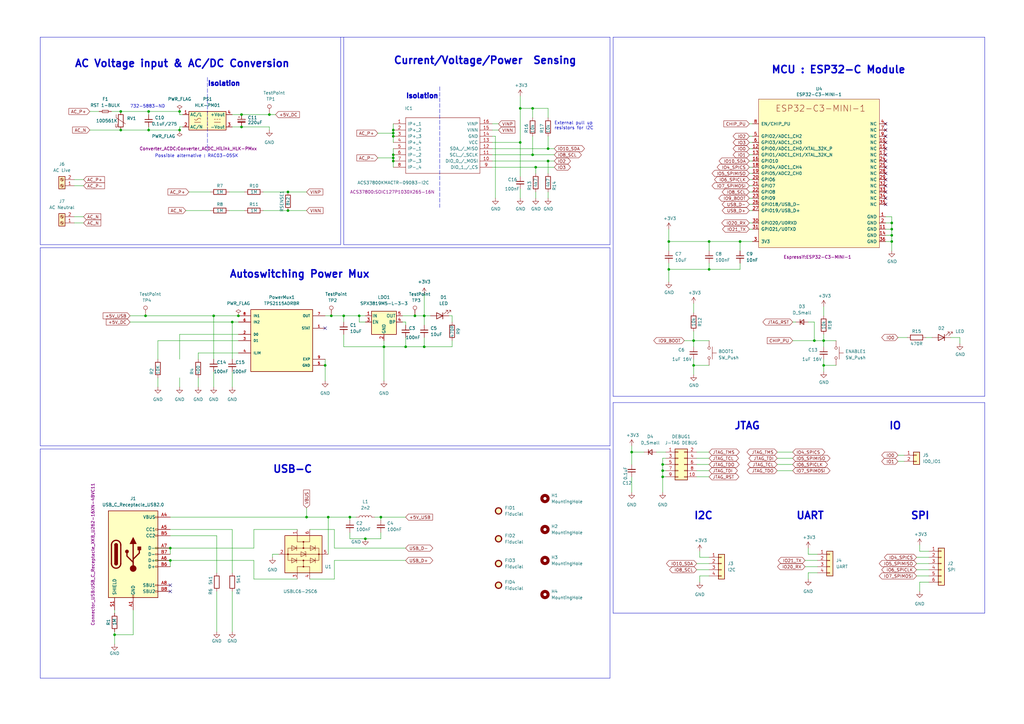
<source format=kicad_sch>
(kicad_sch (version 20230121) (generator eeschema)
  (paper "A3")
  (title_block (title "Smart Powermeter Main"))
  (junction (at 143.51 212.09))
  (junction (at 133.35 149.86))
  (junction (at 69.85 229.87))
  (junction (at 284.48 149.86))
  (junction (at 259.08 185.42))
  (junction (at 110.49 46.99))
  (junction (at 118.11 78.74))
  (junction (at 59.69 129.54))
  (junction (at 224.79 66.04))
  (junction (at 224.79 60.96))
  (junction (at 271.78 193.04))
  (junction (at 161.29 54.61))
  (junction (at 118.11 86.36))
  (junction (at 170.18 129.54))
  (junction (at 173.99 129.54))
  (junction (at 69.85 224.79))
  (junction (at 284.48 139.7))
  (junction (at 140.97 129.54))
  (junction (at 60.96 53.34))
  (junction (at 49.53 45.72))
  (junction (at 134.62 212.09))
  (junction (at 365.76 93.98))
  (junction (at 125.73 212.09))
  (junction (at 218.44 44.45))
  (junction (at 73.66 53.34))
  (junction (at 218.44 63.5))
  (junction (at 274.32 99.06))
  (junction (at 303.53 99.06))
  (junction (at 271.78 190.5))
  (junction (at 337.82 139.7))
  (junction (at 365.76 96.52))
  (junction (at 337.82 149.86))
  (junction (at 99.06 46.99))
  (junction (at 213.36 58.42))
  (junction (at 157.48 142.24))
  (junction (at 161.29 64.77))
  (junction (at 290.83 99.06))
  (junction (at 95.25 132.08))
  (junction (at 97.79 129.54))
  (junction (at 365.76 91.44))
  (junction (at 161.29 63.5))
  (junction (at 135.89 129.54))
  (junction (at 334.01 139.7))
  (junction (at 73.66 45.72))
  (junction (at 173.99 142.24))
  (junction (at 219.71 68.58))
  (junction (at 161.29 55.88))
  (junction (at 149.86 220.98))
  (junction (at 365.76 99.06))
  (junction (at 274.32 110.49))
  (junction (at 161.29 66.04))
  (junction (at 147.32 129.54))
  (junction (at 46.99 260.35))
  (junction (at 60.96 45.72))
  (junction (at 161.29 53.34))
  (junction (at 271.78 195.58))
  (junction (at 166.37 142.24))
  (junction (at 99.06 52.07))
  (junction (at 49.53 53.34))
  (junction (at 290.83 110.49))
  (junction (at 156.21 212.09))
  (junction (at 87.63 129.54))
  (junction (at 213.36 44.45))
  (no_connect (at 133.35 134.62))
  (no_connect (at 363.22 50.8))
  (no_connect (at 363.22 53.34))
  (no_connect (at 363.22 55.88))
  (no_connect (at 363.22 83.82))
  (no_connect (at 363.22 78.74))
  (no_connect (at 363.22 81.28))
  (no_connect (at 363.22 76.2))
  (no_connect (at 363.22 73.66))
  (no_connect (at 363.22 68.58))
  (no_connect (at 363.22 63.5))
  (no_connect (at 363.22 66.04))
  (no_connect (at 363.22 71.12))
  (no_connect (at 363.22 60.96))
  (no_connect (at 363.22 58.42))
  (no_connect (at 69.85 240.03))
  (no_connect (at 69.85 242.57))
  (wire (pts (xy 143.51 218.44) (xy 143.51 220.98)))
  (wire (pts (xy 285.75 195.58) (xy 290.83 195.58)))
  (wire (pts (xy 74.93 46.99) (xy 73.66 46.99)))
  (wire (pts (xy 73.66 137.16) (xy 73.66 147.32)))
  (wire (pts (xy 330.2 229.87) (xy 335.28 229.87)))
  (wire (pts (xy 143.51 220.98) (xy 149.86 220.98)))
  (wire (pts (xy 161.29 63.5) (xy 161.29 64.77)))
  (polyline (pts (xy 16.51 100.33) (xy 139.7 100.33)))
  (wire (pts (xy 285.75 185.42) (xy 290.83 185.42)))
  (wire (pts (xy 213.36 44.45) (xy 218.44 44.45)))
  (wire (pts (xy 140.97 142.24) (xy 157.48 142.24)))
  (polyline (pts (xy 16.51 278.13) (xy 250.19 278.13)))
  (polyline (pts (xy 250.19 184.15) (xy 16.51 184.15)))
  (polyline (pts (xy 16.51 185.42) (xy 16.51 278.13)))
  (wire (pts (xy 154.94 54.61) (xy 161.29 54.61)))
  (wire (pts (xy 219.71 68.58) (xy 219.71 71.12)))
  (polyline (pts (xy 16.51 15.24) (xy 16.51 100.33)))
  (wire (pts (xy 271.78 187.96) (xy 271.78 190.5)))
  (wire (pts (xy 166.37 138.43) (xy 166.37 142.24)))
  (wire (pts (xy 147.32 132.08) (xy 147.32 129.54)))
  (wire (pts (xy 64.77 139.7) (xy 97.79 139.7)))
  (wire (pts (xy 73.66 137.16) (xy 97.79 137.16)))
  (polyline (pts (xy 251.46 162.56) (xy 403.86 162.56)))
  (polyline (pts (xy 16.51 182.88) (xy 250.19 182.88)))
  (wire (pts (xy 213.36 58.42) (xy 213.36 72.39)))
  (wire (pts (xy 307.34 91.44) (xy 308.61 91.44)))
  (wire (pts (xy 137.16 224.79) (xy 166.37 224.79)))
  (wire (pts (xy 111.76 227.33) (xy 111.76 228.6)))
  (wire (pts (xy 93.98 78.74) (xy 100.33 78.74)))
  (wire (pts (xy 156.21 212.09) (xy 156.21 213.36)))
  (wire (pts (xy 284.48 149.86) (xy 284.48 153.67)))
  (wire (pts (xy 331.47 227.33) (xy 335.28 227.33)))
  (wire (pts (xy 88.9 219.71) (xy 88.9 234.95)))
  (wire (pts (xy 161.29 53.34) (xy 161.29 54.61)))
  (wire (pts (xy 45.72 45.72) (xy 49.53 45.72)))
  (wire (pts (xy 60.96 45.72) (xy 73.66 45.72)))
  (wire (pts (xy 173.99 120.65) (xy 173.99 129.54)))
  (wire (pts (xy 273.05 187.96) (xy 271.78 187.96)))
  (wire (pts (xy 271.78 193.04) (xy 271.78 195.58)))
  (wire (pts (xy 161.29 64.77) (xy 161.29 66.04)))
  (wire (pts (xy 134.62 212.09) (xy 143.51 212.09)))
  (wire (pts (xy 334.01 132.08) (xy 334.01 139.7)))
  (wire (pts (xy 69.85 224.79) (xy 69.85 227.33)))
  (wire (pts (xy 377.19 238.76) (xy 377.19 242.57)))
  (wire (pts (xy 173.99 138.43) (xy 173.99 142.24)))
  (wire (pts (xy 69.85 224.79) (xy 104.14 224.79)))
  (wire (pts (xy 218.44 55.88) (xy 218.44 63.5)))
  (polyline (pts (xy 16.51 101.6) (xy 16.51 102.87)))
  (wire (pts (xy 303.53 110.49) (xy 290.83 110.49)))
  (wire (pts (xy 114.3 227.33) (xy 111.76 227.33)))
  (wire (pts (xy 365.76 96.52) (xy 365.76 99.06)))
  (wire (pts (xy 73.66 154.94) (xy 73.66 158.75)))
  (wire (pts (xy 125.73 208.28) (xy 125.73 212.09)))
  (polyline (pts (xy 85.09 31.75) (xy 85.09 62.23)) (stroke (width 0) (type dash)))
  (wire (pts (xy 201.93 58.42) (xy 213.36 58.42)))
  (polyline (pts (xy 140.97 15.24) (xy 140.97 100.33)))
  (wire (pts (xy 224.79 66.04) (xy 224.79 71.12)))
  (wire (pts (xy 368.3 186.69) (xy 370.84 186.69)))
  (polyline (pts (xy 403.86 165.1) (xy 251.46 165.1)))
  (wire (pts (xy 147.32 129.54) (xy 149.86 129.54)))
  (wire (pts (xy 363.22 93.98) (xy 365.76 93.98)))
  (wire (pts (xy 285.75 193.04) (xy 290.83 193.04)))
  (wire (pts (xy 81.28 144.78) (xy 97.79 144.78)))
  (polyline (pts (xy 250.19 15.24) (xy 250.19 100.33)))
  (wire (pts (xy 69.85 212.09) (xy 125.73 212.09)))
  (wire (pts (xy 331.47 224.79) (xy 331.47 227.33)))
  (wire (pts (xy 331.47 234.95) (xy 331.47 237.49)))
  (wire (pts (xy 125.73 212.09) (xy 134.62 212.09)))
  (wire (pts (xy 36.83 45.72) (xy 40.64 45.72)))
  (wire (pts (xy 104.14 237.49) (xy 121.92 237.49)))
  (wire (pts (xy 161.29 66.04) (xy 161.29 68.58)))
  (wire (pts (xy 274.32 93.98) (xy 274.32 99.06)))
  (wire (pts (xy 63.5 224.79) (xy 69.85 224.79)))
  (polyline (pts (xy 180.34 35.56) (xy 180.34 85.09)) (stroke (width 0) (type dash)))
  (wire (pts (xy 290.83 99.06) (xy 274.32 99.06)))
  (wire (pts (xy 201.93 60.96) (xy 224.79 60.96)))
  (wire (pts (xy 274.32 99.06) (xy 274.32 102.87)))
  (wire (pts (xy 54.61 250.19) (xy 54.61 260.35)))
  (wire (pts (xy 87.63 129.54) (xy 87.63 147.32)))
  (wire (pts (xy 224.79 48.26) (xy 224.79 44.45)))
  (wire (pts (xy 81.28 154.94) (xy 81.28 158.75)))
  (wire (pts (xy 140.97 137.16) (xy 140.97 142.24)))
  (wire (pts (xy 337.82 139.7) (xy 342.9 139.7)))
  (wire (pts (xy 73.66 52.07) (xy 73.66 53.34)))
  (wire (pts (xy 81.28 144.78) (xy 81.28 147.32)))
  (wire (pts (xy 379.73 138.43) (xy 382.27 138.43)))
  (wire (pts (xy 290.83 107.95) (xy 290.83 110.49)))
  (wire (pts (xy 46.99 260.35) (xy 46.99 264.16)))
  (wire (pts (xy 184.15 129.54) (xy 185.42 129.54)))
  (wire (pts (xy 284.48 139.7) (xy 284.48 142.24)))
  (wire (pts (xy 307.34 66.04) (xy 308.61 66.04)))
  (wire (pts (xy 203.2 55.88) (xy 203.2 81.28)))
  (wire (pts (xy 307.34 73.66) (xy 308.61 73.66)))
  (wire (pts (xy 201.93 55.88) (xy 203.2 55.88)))
  (wire (pts (xy 331.47 132.08) (xy 334.01 132.08)))
  (wire (pts (xy 107.95 78.74) (xy 118.11 78.74)))
  (wire (pts (xy 95.25 46.99) (xy 99.06 46.99)))
  (wire (pts (xy 154.94 64.77) (xy 161.29 64.77)))
  (polyline (pts (xy 251.46 165.1) (xy 251.46 251.46)))
  (polyline (pts (xy 250.19 182.88) (xy 250.19 101.6)))
  (wire (pts (xy 95.25 132.08) (xy 95.25 147.32)))
  (wire (pts (xy 307.34 68.58) (xy 308.61 68.58)))
  (wire (pts (xy 60.96 52.07) (xy 60.96 53.34)))
  (wire (pts (xy 290.83 110.49) (xy 274.32 110.49)))
  (wire (pts (xy 271.78 190.5) (xy 271.78 193.04)))
  (polyline (pts (xy 139.7 15.24) (xy 139.7 100.33)))
  (wire (pts (xy 224.79 60.96) (xy 227.33 60.96)))
  (wire (pts (xy 69.85 229.87) (xy 69.85 232.41)))
  (wire (pts (xy 308.61 99.06) (xy 303.53 99.06)))
  (wire (pts (xy 307.34 81.28) (xy 308.61 81.28)))
  (wire (pts (xy 133.35 149.86) (xy 133.35 156.21)))
  (wire (pts (xy 318.77 187.96) (xy 325.12 187.96)))
  (wire (pts (xy 87.63 152.4) (xy 87.63 158.75)))
  (wire (pts (xy 218.44 44.45) (xy 218.44 48.26)))
  (wire (pts (xy 285.75 187.96) (xy 290.83 187.96)))
  (wire (pts (xy 219.71 78.74) (xy 219.71 81.28)))
  (wire (pts (xy 273.05 190.5) (xy 271.78 190.5)))
  (wire (pts (xy 318.77 190.5) (xy 325.12 190.5)))
  (wire (pts (xy 30.48 76.2) (xy 34.29 76.2)))
  (wire (pts (xy 287.02 226.06) (xy 287.02 228.6)))
  (wire (pts (xy 330.2 232.41) (xy 335.28 232.41)))
  (wire (pts (xy 173.99 129.54) (xy 173.99 133.35)))
  (wire (pts (xy 95.25 152.4) (xy 95.25 158.75)))
  (wire (pts (xy 104.14 217.17) (xy 121.92 217.17)))
  (wire (pts (xy 218.44 44.45) (xy 224.79 44.45)))
  (polyline (pts (xy 251.46 251.46) (xy 403.86 251.46)))
  (wire (pts (xy 153.67 212.09) (xy 156.21 212.09)))
  (wire (pts (xy 30.48 88.9) (xy 34.29 88.9)))
  (wire (pts (xy 287.02 228.6) (xy 290.83 228.6)))
  (wire (pts (xy 76.2 86.36) (xy 86.36 86.36)))
  (polyline (pts (xy 251.46 15.24) (xy 251.46 162.56)))
  (wire (pts (xy 201.93 63.5) (xy 218.44 63.5)))
  (wire (pts (xy 337.82 147.32) (xy 337.82 149.86)))
  (wire (pts (xy 303.53 99.06) (xy 290.83 99.06)))
  (wire (pts (xy 133.35 147.32) (xy 133.35 149.86)))
  (wire (pts (xy 337.82 125.73) (xy 337.82 129.54)))
  (wire (pts (xy 74.93 52.07) (xy 73.66 52.07)))
  (wire (pts (xy 337.82 149.86) (xy 337.82 152.4)))
  (wire (pts (xy 95.25 52.07) (xy 99.06 52.07)))
  (wire (pts (xy 259.08 185.42) (xy 264.16 185.42)))
  (polyline (pts (xy 403.86 165.1) (xy 403.86 251.46)))
  (wire (pts (xy 259.08 182.88) (xy 259.08 185.42)))
  (polyline (pts (xy 16.51 102.87) (xy 16.51 182.88)))
  (wire (pts (xy 99.06 52.07) (xy 110.49 52.07)))
  (wire (pts (xy 30.48 91.44) (xy 34.29 91.44)))
  (wire (pts (xy 219.71 68.58) (xy 227.33 68.58)))
  (wire (pts (xy 161.29 50.8) (xy 161.29 53.34)))
  (wire (pts (xy 118.11 78.74) (xy 125.73 78.74)))
  (wire (pts (xy 259.08 195.58) (xy 259.08 201.93)))
  (wire (pts (xy 185.42 142.24) (xy 173.99 142.24)))
  (wire (pts (xy 377.19 226.06) (xy 381 226.06)))
  (wire (pts (xy 365.76 91.44) (xy 365.76 93.98)))
  (wire (pts (xy 201.93 66.04) (xy 224.79 66.04)))
  (wire (pts (xy 337.82 149.86) (xy 342.9 149.86)))
  (polyline (pts (xy 250.19 278.13) (xy 250.19 184.15)))
  (wire (pts (xy 99.06 46.99) (xy 110.49 46.99)))
  (wire (pts (xy 274.32 107.95) (xy 274.32 110.49)))
  (wire (pts (xy 325.12 139.7) (xy 334.01 139.7)))
  (wire (pts (xy 337.82 139.7) (xy 337.82 142.24)))
  (wire (pts (xy 307.34 60.96) (xy 308.61 60.96)))
  (wire (pts (xy 365.76 99.06) (xy 365.76 102.87)))
  (wire (pts (xy 363.22 99.06) (xy 365.76 99.06)))
  (wire (pts (xy 64.77 147.32) (xy 64.77 139.7)))
  (wire (pts (xy 303.53 99.06) (xy 303.53 102.87)))
  (wire (pts (xy 95.25 132.08) (xy 97.79 132.08)))
  (wire (pts (xy 274.32 110.49) (xy 274.32 115.57)))
  (wire (pts (xy 363.22 96.52) (xy 365.76 96.52)))
  (wire (pts (xy 363.22 88.9) (xy 365.76 88.9)))
  (wire (pts (xy 185.42 129.54) (xy 185.42 132.08)))
  (wire (pts (xy 365.76 88.9) (xy 365.76 91.44)))
  (wire (pts (xy 259.08 185.42) (xy 259.08 190.5)))
  (polyline (pts (xy 250.19 101.6) (xy 16.51 101.6)))
  (wire (pts (xy 271.78 195.58) (xy 271.78 201.93)))
  (wire (pts (xy 284.48 149.86) (xy 290.83 149.86)))
  (wire (pts (xy 273.05 195.58) (xy 271.78 195.58)))
  (wire (pts (xy 59.69 129.54) (xy 87.63 129.54)))
  (wire (pts (xy 170.18 129.54) (xy 173.99 129.54)))
  (wire (pts (xy 93.98 86.36) (xy 100.33 86.36)))
  (wire (pts (xy 73.66 46.99) (xy 73.66 45.72)))
  (wire (pts (xy 143.51 212.09) (xy 146.05 212.09)))
  (wire (pts (xy 46.99 250.19) (xy 46.99 251.46)))
  (wire (pts (xy 63.5 229.87) (xy 69.85 229.87)))
  (wire (pts (xy 166.37 142.24) (xy 173.99 142.24)))
  (wire (pts (xy 156.21 220.98) (xy 156.21 218.44)))
  (wire (pts (xy 104.14 229.87) (xy 104.14 237.49)))
  (wire (pts (xy 375.92 236.22) (xy 381 236.22)))
  (wire (pts (xy 290.83 236.22) (xy 287.02 236.22)))
  (wire (pts (xy 36.83 53.34) (xy 49.53 53.34)))
  (wire (pts (xy 307.34 86.36) (xy 308.61 86.36)))
  (wire (pts (xy 49.53 45.72) (xy 60.96 45.72)))
  (wire (pts (xy 95.25 217.17) (xy 95.25 234.95)))
  (wire (pts (xy 318.77 193.04) (xy 325.12 193.04)))
  (wire (pts (xy 157.48 142.24) (xy 166.37 142.24)))
  (wire (pts (xy 166.37 132.08) (xy 166.37 133.35)))
  (wire (pts (xy 133.35 129.54) (xy 135.89 129.54)))
  (wire (pts (xy 365.76 93.98) (xy 365.76 96.52)))
  (wire (pts (xy 88.9 242.57) (xy 88.9 259.08)))
  (wire (pts (xy 157.48 139.7) (xy 157.48 142.24)))
  (wire (pts (xy 30.48 73.66) (xy 34.29 73.66)))
  (polyline (pts (xy 16.51 184.15) (xy 16.51 185.42)))
  (wire (pts (xy 95.25 242.57) (xy 95.25 259.08)))
  (wire (pts (xy 165.1 129.54) (xy 170.18 129.54)))
  (wire (pts (xy 137.16 237.49) (xy 137.16 229.87)))
  (wire (pts (xy 149.86 220.98) (xy 156.21 220.98)))
  (wire (pts (xy 368.3 189.23) (xy 370.84 189.23)))
  (wire (pts (xy 161.29 55.88) (xy 161.29 58.42)))
  (wire (pts (xy 118.11 86.36) (xy 125.73 86.36)))
  (wire (pts (xy 284.48 135.89) (xy 284.48 139.7)))
  (wire (pts (xy 287.02 236.22) (xy 287.02 238.76)))
  (wire (pts (xy 284.48 124.46) (xy 284.48 128.27)))
  (wire (pts (xy 46.99 259.08) (xy 46.99 260.35)))
  (wire (pts (xy 363.22 91.44) (xy 365.76 91.44)))
  (wire (pts (xy 60.96 53.34) (xy 73.66 53.34)))
  (wire (pts (xy 307.34 63.5) (xy 308.61 63.5)))
  (wire (pts (xy 69.85 217.17) (xy 95.25 217.17)))
  (wire (pts (xy 140.97 129.54) (xy 147.32 129.54)))
  (wire (pts (xy 134.62 227.33) (xy 134.62 212.09)))
  (wire (pts (xy 53.34 129.54) (xy 59.69 129.54)))
  (wire (pts (xy 64.77 154.94) (xy 64.77 158.75)))
  (wire (pts (xy 185.42 139.7) (xy 185.42 142.24)))
  (wire (pts (xy 334.01 139.7) (xy 337.82 139.7)))
  (wire (pts (xy 110.49 46.99) (xy 113.03 46.99)))
  (wire (pts (xy 201.93 53.34) (xy 204.47 53.34)))
  (wire (pts (xy 149.86 132.08) (xy 147.32 132.08)))
  (wire (pts (xy 201.93 68.58) (xy 219.71 68.58)))
  (wire (pts (xy 273.05 193.04) (xy 271.78 193.04)))
  (wire (pts (xy 269.24 185.42) (xy 273.05 185.42)))
  (wire (pts (xy 285.75 233.68) (xy 290.83 233.68)))
  (wire (pts (xy 161.29 60.96) (xy 161.29 63.5)))
  (wire (pts (xy 368.3 138.43) (xy 372.11 138.43)))
  (wire (pts (xy 218.44 63.5) (xy 227.33 63.5)))
  (wire (pts (xy 137.16 217.17) (xy 137.16 224.79)))
  (wire (pts (xy 110.49 52.07) (xy 110.49 53.34)))
  (wire (pts (xy 375.92 231.14) (xy 381 231.14)))
  (wire (pts (xy 157.48 142.24) (xy 157.48 156.21)))
  (wire (pts (xy 318.77 185.42) (xy 325.12 185.42)))
  (wire (pts (xy 307.34 50.8) (xy 308.61 50.8)))
  (wire (pts (xy 377.19 223.52) (xy 377.19 226.06)))
  (wire (pts (xy 107.95 86.36) (xy 118.11 86.36)))
  (wire (pts (xy 87.63 129.54) (xy 97.79 129.54)))
  (polyline (pts (xy 403.86 162.56) (xy 403.86 15.24)))
  (wire (pts (xy 307.34 78.74) (xy 308.61 78.74)))
  (polyline (pts (xy 251.46 15.24) (xy 403.86 15.24)))
  (wire (pts (xy 307.34 55.88) (xy 308.61 55.88)))
  (wire (pts (xy 137.16 229.87) (xy 166.37 229.87)))
  (wire (pts (xy 165.1 132.08) (xy 166.37 132.08)))
  (wire (pts (xy 213.36 44.45) (xy 213.36 39.37)))
  (wire (pts (xy 307.34 71.12) (xy 308.61 71.12)))
  (wire (pts (xy 53.34 132.08) (xy 95.25 132.08)))
  (wire (pts (xy 60.96 45.72) (xy 60.96 46.99)))
  (wire (pts (xy 104.14 224.79) (xy 104.14 217.17)))
  (wire (pts (xy 213.36 44.45) (xy 213.36 58.42)))
  (wire (pts (xy 307.34 58.42) (xy 308.61 58.42)))
  (wire (pts (xy 375.92 233.68) (xy 381 233.68)))
  (wire (pts (xy 375.92 228.6) (xy 381 228.6)))
  (wire (pts (xy 307.34 83.82) (xy 308.61 83.82)))
  (wire (pts (xy 381 238.76) (xy 377.19 238.76)))
  (wire (pts (xy 69.85 219.71) (xy 88.9 219.71)))
  (wire (pts (xy 224.79 55.88) (xy 224.79 60.96)))
  (wire (pts (xy 140.97 132.08) (xy 140.97 129.54)))
  (wire (pts (xy 143.51 212.09) (xy 143.51 213.36)))
  (wire (pts (xy 137.16 237.49) (xy 127 237.49)))
  (wire (pts (xy 280.67 139.7) (xy 284.48 139.7)))
  (wire (pts (xy 54.61 260.35) (xy 46.99 260.35)))
  (wire (pts (xy 49.53 53.34) (xy 60.96 53.34)))
  (wire (pts (xy 204.47 50.8) (xy 201.93 50.8)))
  (wire (pts (xy 77.47 78.74) (xy 86.36 78.74)))
  (wire (pts (xy 156.21 212.09) (xy 166.37 212.09)))
  (wire (pts (xy 307.34 93.98) (xy 308.61 93.98)))
  (polyline (pts (xy 140.97 100.33) (xy 250.19 100.33)))
  (wire (pts (xy 285.75 190.5) (xy 290.83 190.5)))
  (wire (pts (xy 393.7 138.43) (xy 393.7 140.97)))
  (wire (pts (xy 161.29 54.61) (xy 161.29 55.88)))
  (wire (pts (xy 137.16 217.17) (xy 127 217.17)))
  (wire (pts (xy 213.36 77.47) (xy 213.36 81.28)))
  (wire (pts (xy 290.83 139.7) (xy 284.48 139.7)))
  (wire (pts (xy 335.28 234.95) (xy 331.47 234.95)))
  (wire (pts (xy 337.82 137.16) (xy 337.82 139.7)))
  (wire (pts (xy 135.89 129.54) (xy 140.97 129.54)))
  (polyline (pts (xy 250.19 15.24) (xy 16.51 15.24)))
  (wire (pts (xy 224.79 78.74) (xy 224.79 81.28)))
  (wire (pts (xy 284.48 147.32) (xy 284.48 149.86)))
  (wire (pts (xy 69.85 229.87) (xy 104.14 229.87)))
  (wire (pts (xy 173.99 129.54) (xy 176.53 129.54)))
  (wire (pts (xy 290.83 99.06) (xy 290.83 102.87)))
  (wire (pts (xy 224.79 66.04) (xy 227.33 66.04)))
  (wire (pts (xy 285.75 231.14) (xy 290.83 231.14)))
  (wire (pts (xy 389.89 138.43) (xy 393.7 138.43)))
  (wire (pts (xy 325.12 132.08) (xy 326.39 132.08)))
  (wire (pts (xy 307.34 76.2) (xy 308.61 76.2)))
  (wire (pts (xy 303.53 107.95) (xy 303.53 110.49)))
  (text "UART" (at 326.39 213.36 0) (effects (font (size 3 3) (thickness 0.6) bold) (justify left bottom)))
  (text "External pull up \nresistors for I2C\n" (at 227.33 53.34 0) (effects (font (size 1.27 1.27)) (justify left bottom)))
  (text "IO" (at 364.49 176.53 0) (effects (font (size 3 3) (thickness 0.6) bold) (justify left bottom)))
  (text "SPI" (at 373.38 213.36 0) (effects (font (size 3 3) (thickness 0.6) bold) (justify left bottom)))
  (text "AC Voltage input & AC/DC Conversion" (at 30.48 27.94 0) (effects (font (size 3 3) (thickness 0.6) bold) (justify left bottom)))
  (text "JTAG" (at 300.99 176.53 0) (effects (font (size 3 3) (thickness 0.6) bold) (justify left bottom)))
  (text "Current/Voltage/Power  Sensing" (at 161.29 26.67 0) (effects (font (size 3 3) (thickness 0.6) bold) (justify left bottom)))
  (text "I2C" (at 284.48 213.36 0) (effects (font (size 3 3) (thickness 0.6) bold) (justify left bottom)))
  (text "Autoswitching Power Mux" (at 93.98 114.3 0) (effects (font (size 3 3) (thickness 0.6) bold) (justify left bottom)))
  (text "Isolation" (at 85.09 35.56 0) (effects (font (size 2 2) (thickness 0.6) bold) (justify left bottom)))
  (text "Isolation" (at 166.37 40.64 0) (effects (font (size 2 2) (thickness 0.6) bold) (justify left bottom)))
  (text "Possible alternative : RAC03-05SK" (at 63.5 64.77 0) (effects (font (size 1.27 1.27)) (justify left bottom)))
  (text "USB-C" (at 111.76 194.31 0) (effects (font (size 3 3) (thickness 0.6) bold) (justify left bottom)))
  (text "MCU : ESP32-C Module" (at 316.23 30.48 0) (effects (font (size 3 3) (thickness 0.6) bold) (justify left bottom)))
  (text "732-5883-ND" (at 53.34 44.45 0) (effects (font (size 1.27 1.27)) (justify left bottom)))
  (global_label "IO8_SCL" (shape bidirectional) (at 307.34 78.74 180) (property "Intersheetrefs" "${INTERSHEET_REFS}" (effects hide)))
  (global_label "IO5_SPIMISO" (shape bidirectional) (at 375.92 231.14 180) (property "Intersheetrefs" "${INTERSHEET_REFS}" (effects hide)))
  (global_label "IO10_SDA" (shape bidirectional) (at 227.33 60.96 0) (property "Intersheetrefs" "${INTERSHEET_REFS}" (effects hide)))
  (global_label "USB_D-" (shape bidirectional) (at 166.37 224.79 0) (property "Intersheetrefs" "${INTERSHEET_REFS}" (effects hide)))
  (global_label "IO8_SCL" (shape bidirectional) (at 227.33 63.5 0) (property "Intersheetrefs" "${INTERSHEET_REFS}" (effects hide)))
  (global_label "VBUS" (shape input) (at 125.73 208.28 90) (property "Intersheetrefs" "${INTERSHEET_REFS}" (effects hide)))
  (global_label "AC_N" (shape input) (at 34.29 88.9 0) (property "Intersheetrefs" "${INTERSHEET_REFS}" (effects hide)))
  (global_label "IO6_SPICLK" (shape bidirectional) (at 375.92 233.68 180) (property "Intersheetrefs" "${INTERSHEET_REFS}" (effects hide)))
  (global_label "IO21_TX" (shape bidirectional) (at 330.2 229.87 180) (property "Intersheetrefs" "${INTERSHEET_REFS}" (effects hide)))
  (global_label "AC_P+" (shape input) (at 34.29 73.66 0) (property "Intersheetrefs" "${INTERSHEET_REFS}" (effects hide)))
  (global_label "+5V_DC" (shape input) (at 53.34 132.08 180) (property "Intersheetrefs" "${INTERSHEET_REFS}" (effects hide)))
  (global_label "JTAG_TCL" (shape bidirectional) (at 318.77 190.5 180) (property "Intersheetrefs" "${INTERSHEET_REFS}" (effects hide)))
  (global_label "IO8_SCL" (shape bidirectional) (at 285.75 233.68 180) (property "Intersheetrefs" "${INTERSHEET_REFS}" (effects hide)))
  (global_label "IO0" (shape bidirectional) (at 307.34 60.96 180) (property "Intersheetrefs" "${INTERSHEET_REFS}" (effects hide)))
  (global_label "JTAG_RST" (shape bidirectional) (at 290.83 195.58 0) (property "Intersheetrefs" "${INTERSHEET_REFS}" (effects hide)))
  (global_label "AC_N" (shape input) (at 36.83 53.34 180) (property "Intersheetrefs" "${INTERSHEET_REFS}" (effects hide)))
  (global_label "IO7_SPIMOSI" (shape bidirectional) (at 307.34 76.2 180) (property "Intersheetrefs" "${INTERSHEET_REFS}" (effects hide)))
  (global_label "JTAG_TMS" (shape bidirectional) (at 290.83 185.42 0) (property "Intersheetrefs" "${INTERSHEET_REFS}" (effects hide)))
  (global_label "IO2" (shape bidirectional) (at 307.34 55.88 180) (property "Intersheetrefs" "${INTERSHEET_REFS}" (effects hide)))
  (global_label "IO7_SPIMOSI" (shape bidirectional) (at 375.92 236.22 180) (property "Intersheetrefs" "${INTERSHEET_REFS}" (effects hide)))
  (global_label "IO9_BOOT" (shape bidirectional) (at 307.34 81.28 180) (property "Intersheetrefs" "${INTERSHEET_REFS}" (effects hide)))
  (global_label "CHIP_PU" (shape input) (at 325.12 139.7 180) (property "Intersheetrefs" "${INTERSHEET_REFS}" (effects hide)))
  (global_label "AC_P-" (shape input) (at 154.94 64.77 180) (property "Intersheetrefs" "${INTERSHEET_REFS}" (effects hide)))
  (global_label "IO10_SDA" (shape bidirectional) (at 285.75 231.14 180) (property "Intersheetrefs" "${INTERSHEET_REFS}" (effects hide)))
  (global_label "JTAG_TCL" (shape bidirectional) (at 290.83 187.96 0) (property "Intersheetrefs" "${INTERSHEET_REFS}" (effects hide)))
  (global_label "IO5_SPIMISO" (shape bidirectional) (at 307.34 71.12 180) (property "Intersheetrefs" "${INTERSHEET_REFS}" (effects hide)))
  (global_label "USB_D+" (shape bidirectional) (at 166.37 229.87 0) (property "Intersheetrefs" "${INTERSHEET_REFS}" (effects hide)))
  (global_label "IO3" (shape bidirectional) (at 227.33 68.58 0) (property "Intersheetrefs" "${INTERSHEET_REFS}" (effects hide)))
  (global_label "JTAG_RST" (shape bidirectional) (at 325.12 132.08 180) (property "Intersheetrefs" "${INTERSHEET_REFS}" (effects hide)))
  (global_label "IO6_SPICLK" (shape bidirectional) (at 325.12 190.5 0) (property "Intersheetrefs" "${INTERSHEET_REFS}" (effects hide)))
  (global_label "IO5_SPIMISO" (shape bidirectional) (at 325.12 187.96 0) (property "Intersheetrefs" "${INTERSHEET_REFS}" (effects hide)))
  (global_label "AC_P+" (shape input) (at 77.47 78.74 180) (property "Intersheetrefs" "${INTERSHEET_REFS}" (effects hide)))
  (global_label "IO0" (shape bidirectional) (at 368.3 138.43 180) (property "Intersheetrefs" "${INTERSHEET_REFS}" (effects hide)))
  (global_label "IO21_TX" (shape bidirectional) (at 307.34 93.98 180) (property "Intersheetrefs" "${INTERSHEET_REFS}" (effects hide)))
  (global_label "AC_N" (shape input) (at 76.2 86.36 180) (property "Intersheetrefs" "${INTERSHEET_REFS}" (effects hide)))
  (global_label "+5V_USB" (shape input) (at 53.34 129.54 180) (property "Intersheetrefs" "${INTERSHEET_REFS}" (effects hide)))
  (global_label "AC_P+" (shape input) (at 154.94 54.61 180) (property "Intersheetrefs" "${INTERSHEET_REFS}" (effects hide)))
  (global_label "VINP" (shape input) (at 125.73 78.74 0) (property "Intersheetrefs" "${INTERSHEET_REFS}" (effects hide)))
  (global_label "VINN" (shape input) (at 204.47 53.34 0) (property "Intersheetrefs" "${INTERSHEET_REFS}" (effects hide)))
  (global_label "AC_P+" (shape input) (at 36.83 45.72 180) (property "Intersheetrefs" "${INTERSHEET_REFS}" (effects hide)))
  (global_label "JTAG_TDI" (shape bidirectional) (at 290.83 193.04 0) (property "Intersheetrefs" "${INTERSHEET_REFS}" (effects hide)))
  (global_label "IO2" (shape bidirectional) (at 227.33 66.04 0) (property "Intersheetrefs" "${INTERSHEET_REFS}" (effects hide)))
  (global_label "IO4_SPICS" (shape bidirectional) (at 325.12 185.42 0) (property "Intersheetrefs" "${INTERSHEET_REFS}" (effects hide)))
  (global_label "USB_D-" (shape bidirectional) (at 307.34 83.82 180) (property "Intersheetrefs" "${INTERSHEET_REFS}" (effects hide)))
  (global_label "AC_N" (shape input) (at 34.29 91.44 0) (property "Intersheetrefs" "${INTERSHEET_REFS}" (effects hide)))
  (global_label "JTAG_TDO" (shape bidirectional) (at 318.77 193.04 180) (property "Intersheetrefs" "${INTERSHEET_REFS}" (effects hide)))
  (global_label "+5V_USB" (shape input) (at 166.37 212.09 0) (property "Intersheetrefs" "${INTERSHEET_REFS}" (effects hide)))
  (global_label "IO0" (shape bidirectional) (at 368.3 186.69 180) (property "Intersheetrefs" "${INTERSHEET_REFS}" (effects hide)))
  (global_label "IO20_RX" (shape bidirectional) (at 307.34 91.44 180) (property "Intersheetrefs" "${INTERSHEET_REFS}" (effects hide)))
  (global_label "IO20_RX" (shape bidirectional) (at 330.2 232.41 180) (property "Intersheetrefs" "${INTERSHEET_REFS}" (effects hide)))
  (global_label "JTAG_TDI" (shape bidirectional) (at 318.77 187.96 180) (property "Intersheetrefs" "${INTERSHEET_REFS}" (effects hide)))
  (global_label "USB_D+" (shape bidirectional) (at 307.34 86.36 180) (property "Intersheetrefs" "${INTERSHEET_REFS}" (effects hide)))
  (global_label "IO6_SPICLK" (shape bidirectional) (at 307.34 73.66 180) (property "Intersheetrefs" "${INTERSHEET_REFS}" (effects hide)))
  (global_label "+5V_DC" (shape input) (at 113.03 46.99 0) (property "Intersheetrefs" "${INTERSHEET_REFS}" (effects hide)))
  (global_label "IO1" (shape bidirectional) (at 307.34 63.5 180) (property "Intersheetrefs" "${INTERSHEET_REFS}" (effects hide)))
  (global_label "IO10_SDA" (shape bidirectional) (at 307.34 66.04 180) (property "Intersheetrefs" "${INTERSHEET_REFS}" (effects hide)))
  (global_label "CHIP_PU" (shape input) (at 307.34 50.8 180) (property "Intersheetrefs" "${INTERSHEET_REFS}" (effects hide)))
  (global_label "IO4_SPICS" (shape bidirectional) (at 307.34 68.58 180) (property "Intersheetrefs" "${INTERSHEET_REFS}" (effects hide)))
  (global_label "VINN" (shape input) (at 125.73 86.36 0) (property "Intersheetrefs" "${INTERSHEET_REFS}" (effects hide)))
  (global_label "IO3" (shape bidirectional) (at 307.34 58.42 180) (property "Intersheetrefs" "${INTERSHEET_REFS}" (effects hide)))
  (global_label "JTAG_TDO" (shape bidirectional) (at 290.83 190.5 0) (property "Intersheetrefs" "${INTERSHEET_REFS}" (effects hide)))
  (global_label "VINP" (shape input) (at 204.47 50.8 0) (property "Intersheetrefs" "${INTERSHEET_REFS}" (effects hide)))
  (global_label "IO9_BOOT" (shape bidirectional) (at 280.67 139.7 180) (property "Intersheetrefs" "${INTERSHEET_REFS}" (effects hide)))
  (global_label "IO1" (shape bidirectional) (at 368.3 189.23 180) (property "Intersheetrefs" "${INTERSHEET_REFS}" (effects hide)))
  (global_label "JTAG_TMS" (shape bidirectional) (at 318.77 185.42 180) (property "Intersheetrefs" "${INTERSHEET_REFS}" (effects hide)))
  (global_label "IO7_SPIMOSI" (shape bidirectional) (at 325.12 193.04 0) (property "Intersheetrefs" "${INTERSHEET_REFS}" (effects hide)))
  (global_label "AC_P-" (shape input) (at 34.29 76.2 0) (property "Intersheetrefs" "${INTERSHEET_REFS}" (effects hide)))
  (global_label "IO4_SPICS" (shape bidirectional) (at 375.92 228.6 180) (property "Intersheetrefs" "${INTERSHEET_REFS}" (effects hide)))
  (symbol (lib_id "power:GND") (at 274.32 115.57 0) (unit 1)
    (property "Reference" "#PWR0122" (effects hide))
    (property "Value" "GND" (at 274.447 119.9642 0))
  )
  (symbol (lib_id "Regulator_Linear:SPX3819M5-L-3-3") (at 157.48 132.08 0) (unit 1)
    (property "Reference" "LDO1" (at 157.48 121.92 0))
    (property "Value" "SPX3819M5-L-3-3" (at 157.48 124.46 0))
    (property "Footprint" "Package_TO_SOT_SMD:SOT-23-5" (effects hide))
    (property "Datasheet" "https://www.exar.com/content/document.ashx?id=22106&languageid=1033&type=Datasheet&partnumber=SPX3819&filename=SPX3819.pdf&part=SPX3819" (effects hide))
  )
  (symbol (lib_id "power:GND") (at 213.36 81.28 0) (unit 1)
    (property "Reference" "#PWR013" (effects hide))
    (property "Value" "GND" (at 213.487 85.6742 0))
  )
  (symbol (lib_id "power:+3V3") (at 259.08 182.88 0) (unit 1)
    (property "Reference" "#PWR0114" (effects hide))
    (property "Value" "+3V3" (at 259.461 178.4858 0))
  )
  (symbol (lib_id "power:GND") (at 365.76 102.87 0) (unit 1)
    (property "Reference" "#PWR0105" (effects hide))
    (property "Value" "GND" (at 365.887 107.2642 0))
  )
  (symbol (lib_id "Device:C_Small") (at 95.25 149.86 0) (unit 1)
    (property "Reference" "C15" (at 96.52 148.59 0) (effects (justify left)))
    (property "Value" "100nF" (at 95.25 152.4 0) (effects (justify left)))
    (property "Footprint" "Capacitor_SMD:C_0805_2012Metric_Pad1.18x1.45mm_HandSolder" (effects hide))
  )
  (symbol (lib_id "power:GND") (at 284.48 153.67 0) (unit 1)
    (property "Reference" "#PWR08" (effects hide))
    (property "Value" "GND" (at 284.607 158.0642 0))
  )
  (symbol (lib_id "Mechanical:Fiducial") (at 204.47 209.55 0) (unit 1)
    (property "Reference" "FID1" (at 207.01 208.2799 0) (effects (justify left)))
    (property "Value" "Fiducial" (at 207.01 210.8199 0) (effects (justify left)))
    (property "Footprint" "Fiducial:Fiducial_0.5mm_Mask1.5mm" (effects hide))
  )
  (symbol (lib_id "power:GND") (at 287.02 238.76 0) (unit 1)
    (property "Reference" "#PWR04" (effects hide))
    (property "Value" "GND" (at 287.02 243.84 0))
  )
  (symbol (lib_id "power:GND") (at 377.19 242.57 0) (unit 1)
    (property "Reference" "#PWR02" (effects hide))
    (property "Value" "GND" (at 377.19 247.65 0))
  )
  (symbol (lib_id "power:GND") (at 337.82 152.4 0) (unit 1)
    (property "Reference" "#PWR0106" (effects hide))
    (property "Value" "GND" (at 337.947 156.7942 0))
  )
  (symbol (lib_id "Device:C_Small") (at 259.08 193.04 180) (unit 1)
    (property "Reference" "C12" (at 255.27 198.12 0) (effects (justify right)))
    (property "Value" "0.1uF" (at 256.54 196.85 90) (effects (justify right)))
    (property "Footprint" "Capacitor_SMD:C_0805_2012Metric_Pad1.18x1.45mm_HandSolder" (effects hide))
  )
  (symbol (lib_id "Device:R") (at 284.48 132.08 0) (unit 1)
    (property "Reference" "R12" (at 287.02 132.08 90))
    (property "Value" "10k" (at 284.48 132.08 90))
    (property "Footprint" "Resistor_SMD:R_0805_2012Metric_Pad1.20x1.40mm_HandSolder" (effects hide))
  )
  (symbol (lib_id "power:GND") (at 271.78 201.93 0) (unit 1)
    (property "Reference" "#PWR0118" (effects hide))
    (property "Value" "GND" (at 271.78 207.01 0))
  )
  (symbol (lib_id "power:GND") (at 73.66 158.75 0) (unit 1)
    (property "Reference" "#PWR0104" (effects hide))
    (property "Value" "GND" (at 73.66 163.83 0))
  )
  (symbol (lib_id "TPS2115ADRBR:TPS2115ADRBR") (at 115.57 139.7 0) (unit 1)
    (property "Reference" "PowerMux1" (at 115.57 121.92 0))
    (property "Value" "TPS2115ADRBR" (at 115.57 124.46 0))
    (property "Footprint" "TPS2115ADRBR:SON65P300X300X100-9N" (effects hide))
    (property "MP" "TPS2115ADRBR" (effects hide))
    (property "TEXAS_INSTRUMENTS-PURCHASE-URL" "https://snapeda.com/shop?store=Texas+Instruments&id=391793" (effects hide))
    (property "AVAILABILITY" "Warning" (effects hide))
    (property "PACKAGE" "VSON-8 Texas Instruments" (effects hide))
    (property "DESCRIPTION" "2.8-5.5-V, 84-m?, 1.25-A, power mux with manual, automatic switchover and status output 8-SON -40 to 85" (effects hide))
    (property "MF" "Texas Instruments" (effects hide))
    (property "MOUSER-PURCHASE-URL" "https://snapeda.com/shop?store=Mouser&id=391793" (effects hide))
    (property "PRICE" "None" (effects hide))
  )
  (symbol (lib_id "Connector:TestPoint") (at 59.69 129.54 0) (unit 1)
    (property "Reference" "TP4" (at 58.42 123.19 0) (effects (justify left)))
    (property "Value" "TestPoint" (at 57.15 120.65 0) (effects (justify left)))
    (property "Footprint" "TestPoint:TestPoint_THTPad_2.0x2.0mm_Drill1.0mm" (effects hide))
  )
  (symbol (lib_id "Device:R") (at 81.28 151.13 180) (unit 1)
    (property "Reference" "R4" (at 78.74 153.67 90) (effects (justify right)))
    (property "Value" "400" (at 81.28 153.67 90) (effects (justify right)))
    (property "Footprint" "Resistor_SMD:R_0805_2012Metric_Pad1.20x1.40mm_HandSolder" (effects hide))
  )
  (symbol (lib_id "Device:C_Small") (at 274.32 105.41 0) (unit 1)
    (property "Reference" "C7" (at 276.86 104.1462 0) (effects (justify left)))
    (property "Value" "10uF" (at 276.86 106.6862 0) (effects (justify left)))
    (property "Footprint" "Capacitor_SMD:C_0805_2012Metric_Pad1.18x1.45mm_HandSolder" (effects hide))
  )
  (symbol (lib_id "power:GND") (at 219.71 81.28 0) (unit 1)
    (property "Reference" "#PWR0111" (effects hide))
    (property "Value" "GND" (at 219.837 85.6742 0))
  )
  (symbol (lib_id "power:GND") (at 88.9 259.08 0) (unit 1)
    (property "Reference" "#PWR0121" (effects hide))
    (property "Value" "GND" (at 88.9 262.89 0))
  )
  (symbol (lib_id "Device:C_Small") (at 303.53 105.41 0) (unit 1)
    (property "Reference" "C9" (at 306.07 104.1462 0) (effects (justify left)))
    (property "Value" "10nF" (at 306.07 106.6862 0) (effects (justify left)))
    (property "Footprint" "Capacitor_SMD:C_0805_2012Metric_Pad1.18x1.45mm_HandSolder" (effects hide))
  )
  (symbol (lib_id "power:GND") (at 133.35 156.21 0) (unit 1)
    (property "Reference" "#PWR0102" (effects hide))
    (property "Value" "GND" (at 133.35 161.29 0))
  )
  (symbol (lib_id "Device:R") (at 64.77 151.13 0) (mirror x) (unit 1)
    (property "Reference" "R2" (at 62.23 153.67 90) (effects (justify right)))
    (property "Value" "10K" (at 64.77 153.67 90) (effects (justify right)))
    (property "Footprint" "Resistor_SMD:R_0805_2012Metric_Pad1.20x1.40mm_HandSolder" (effects hide))
  )
  (symbol (lib_id "Power_Protection:USBLC6-2SC6") (at 124.46 227.33 270) (unit 1)
    (property "Reference" "U1" (at 134.62 232.41 90))
    (property "Value" "USBLC6-2SC6" (at 123.19 242.57 90))
    (property "Footprint" "Package_TO_SOT_SMD:SOT-23-6_Handsoldering" (effects hide))
    (property "Datasheet" "https://www.st.com/resource/en/datasheet/usblc6-2.pdf" (effects hide))
  )
  (symbol (lib_id "power:GND") (at 46.99 264.16 0) (unit 1)
    (property "Reference" "#PWR0116" (effects hide))
    (property "Value" "GND" (at 46.99 267.97 0))
  )
  (symbol (lib_id "Mechanical:MountingHole") (at 223.52 217.17 0) (unit 1)
    (property "Reference" "H2" (at 226.06 215.8999 0) (effects (justify left)))
    (property "Value" "MountingHole" (at 226.06 218.4399 0) (effects (justify left)))
    (property "Footprint" "MountingHole:MountingHole_3.2mm_M3_Pad_TopBottom" (effects hide))
  )
  (symbol (lib_id "Device:D_Small") (at 266.7 185.42 0) (unit 1)
    (property "Reference" "D4" (at 266.7 179.07 0))
    (property "Value" "D_Small" (at 266.7 181.61 0))
    (property "Footprint" "Diode_SMD:D_0805_2012Metric_Pad1.15x1.40mm_HandSolder" (effects hide))
  )
  (symbol (lib_id "Mechanical:Fiducial") (at 204.47 231.14 0) (unit 1)
    (property "Reference" "FID3" (at 207.01 229.8699 0) (effects (justify left)))
    (property "Value" "Fiducial" (at 207.01 232.4099 0) (effects (justify left)))
    (property "Footprint" "Fiducial:Fiducial_0.5mm_Mask1.5mm" (effects hide))
  )
  (symbol (lib_id "Device:R") (at 185.42 135.89 0) (unit 1)
    (property "Reference" "R9" (at 187.96 135.89 90))
    (property "Value" "470R" (at 185.42 135.89 90))
    (property "Footprint" "Resistor_SMD:R_0805_2012Metric_Pad1.20x1.40mm_HandSolder" (effects hide))
  )
  (symbol (lib_id "Device:C_Small") (at 143.51 215.9 0) (unit 1)
    (property "Reference" "C2" (at 146.05 214.6362 0) (effects (justify left)))
    (property "Value" "100nF" (at 146.05 217.1762 0) (effects (justify left)))
    (property "Footprint" "Capacitor_SMD:C_0805_2012Metric_Pad1.18x1.45mm_HandSolder" (effects hide))
  )
  (symbol (lib_id "Connector:USB_C_Receptacle_USB2.0") (at 54.61 227.33 0) (unit 1)
    (property "Reference" "J1" (at 54.61 204.47 0))
    (property "Value" "USB_C_Receptacle_USB2.0" (at 54.61 207.01 0))
    (property "Footprint" "Connector_USB:USB_C_Receptacle_XKB_U262-16XN-4BVC11" (at 38.1 227.33 90))
    (property "Datasheet" "https://www.usb.org/sites/default/files/documents/usb_type-c.zip" (effects hide))
  )
  (symbol (lib_id "power:GND") (at 95.25 158.75 0) (unit 1)
    (property "Reference" "#PWR012" (effects hide))
    (property "Value" "GND" (at 95.25 163.83 0))
  )
  (symbol (lib_id "power:+3V3") (at 377.19 223.52 0) (unit 1)
    (property "Reference" "#PWR01" (effects hide))
    (property "Value" "+3V3" (at 377.571 219.1258 0))
  )
  (symbol (lib_id "Connector:Screw_Terminal_01x02") (at 25.4 76.2 180) (unit 1)
    (property "Reference" "J6" (at 25.4 67.31 0))
    (property "Value" "AC Live" (at 25.4 69.85 0))
    (property "Footprint" "TerminalBlock_Phoenix:TerminalBlock_Phoenix_MKDS-3-2-5.08_1x02_P5.08mm_Horizontal" (effects hide))
  )
  (symbol (lib_id "Device:R") (at 218.44 52.07 180) (unit 1)
    (property "Reference" "R16" (at 215.9 54.61 90) (effects (justify right)))
    (property "Value" "10k" (at 218.44 54.61 90) (effects (justify right)))
    (property "Footprint" "Resistor_SMD:R_0805_2012Metric_Pad1.20x1.40mm_HandSolder" (effects hide))
  )
  (symbol (lib_id "power:GND") (at 393.7 140.97 0) (unit 1)
    (property "Reference" "#PWR09" (effects hide))
    (property "Value" "GND" (at 393.827 145.3642 0))
  )
  (symbol (lib_id "Switch:SW_Push") (at 342.9 144.78 270) (unit 1)
    (property "Reference" "ENABLE1" (at 346.71 144.145 90) (effects (justify left)))
    (property "Value" "SW_Push" (at 346.71 146.685 90) (effects (justify left)))
    (property "Footprint" "Button_Switch_THT:SW_PUSH_6mm_H4.3mm" (effects hide))
  )
  (symbol (lib_id "Device:C_Small") (at 166.37 135.89 0) (unit 1)
    (property "Reference" "C3" (at 167.64 134.62 0) (effects (justify left)))
    (property "Value" "100nF" (at 166.37 138.43 0) (effects (justify left)))
    (property "Footprint" "Capacitor_SMD:C_0805_2012Metric_Pad1.18x1.45mm_HandSolder" (effects hide))
  )
  (symbol (lib_id "power:GND") (at 259.08 201.93 0) (unit 1)
    (property "Reference" "#PWR014" (effects hide))
    (property "Value" "GND" (at 259.08 207.01 0))
  )
  (symbol (lib_id "Device:R") (at 118.11 82.55 180) (unit 1)
    (property "Reference" "RSENSE1" (at 115.57 82.55 90))
    (property "Value" "8k2" (at 118.11 82.55 90))
    (property "Footprint" "Resistor_SMD:R_0805_2012Metric_Pad1.20x1.40mm_HandSolder" (effects hide))
  )
  (symbol (lib_id "Switch:SW_Push") (at 290.83 144.78 270) (unit 1)
    (property "Reference" "BOOT1" (at 294.64 144.145 90) (effects (justify left)))
    (property "Value" "SW_Push" (at 294.64 146.685 90) (effects (justify left)))
    (property "Footprint" "Button_Switch_THT:SW_PUSH_6mm_H4.3mm" (effects hide))
  )
  (symbol (lib_id "Device:C_Small") (at 87.63 149.86 0) (unit 1)
    (property "Reference" "C14" (at 88.9 148.59 0) (effects (justify left)))
    (property "Value" "100nF" (at 87.63 152.4 0) (effects (justify left)))
    (property "Footprint" "Capacitor_SMD:C_0805_2012Metric_Pad1.18x1.45mm_HandSolder" (effects hide))
  )
  (symbol (lib_id "Device:C_Polarized_Small") (at 99.06 49.53 0) (unit 1)
    (property "Reference" "C11" (at 101.6 48.26 0) (effects (justify left)))
    (property "Value" "220uF" (at 101.6 50.2538 0) (effects (justify left)))
    (property "Footprint" "Capacitor_THT:CP_Radial_D10.0mm_P5.00mm" (effects hide))
  )
  (symbol (lib_id "power:+3V3") (at 284.48 124.46 0) (unit 1)
    (property "Reference" "#PWR07" (effects hide))
    (property "Value" "+3V3" (at 284.861 120.0658 0))
  )
  (symbol (lib_id "Mechanical:Fiducial") (at 204.47 240.03 0) (unit 1)
    (property "Reference" "FID4" (at 207.01 238.7599 0) (effects (justify left)))
    (property "Value" "Fiducial" (at 207.01 241.2999 0) (effects (justify left)))
    (property "Footprint" "Fiducial:Fiducial_0.5mm_Mask1.5mm" (effects hide))
  )
  (symbol (lib_id "Device:C_Small") (at 290.83 105.41 0) (unit 1)
    (property "Reference" "C8" (at 293.37 104.1462 0) (effects (justify left)))
    (property "Value" "100nF" (at 293.37 106.6862 0) (effects (justify left)))
    (property "Footprint" "Capacitor_SMD:C_0805_2012Metric_Pad1.18x1.45mm_HandSolder" (effects hide))
  )
  (symbol (lib_id "Device:D_Small") (at 328.93 132.08 0) (unit 1)
    (property "Reference" "D3" (at 328.93 125.73 0))
    (property "Value" "D_Small" (at 328.93 128.27 0))
    (property "Footprint" "Diode_SMD:D_0805_2012Metric_Pad1.15x1.40mm_HandSolder" (effects hide))
  )
  (symbol (lib_id "power:PWR_FLAG") (at 73.66 53.34 180) (unit 1)
    (property "Reference" "#FLG0104" (effects hide))
    (property "Value" "PWR_FLAG" (at 62.23 55.88 0) (effects (justify right)))
  )
  (symbol (lib_id "power:GND") (at 331.47 237.49 0) (unit 1)
    (property "Reference" "#PWR06" (effects hide))
    (property "Value" "GND" (at 331.47 242.57 0))
  )
  (symbol (lib_id "Device:R") (at 375.92 138.43 90) (unit 1)
    (property "Reference" "R15" (at 375.92 135.89 90))
    (property "Value" "470R" (at 375.92 140.97 90))
    (property "Footprint" "Resistor_SMD:R_0805_2012Metric_Pad1.20x1.40mm_HandSolder" (effects hide))
  )
  (symbol (lib_id "Mechanical:MountingHole") (at 223.52 229.87 0) (unit 1)
    (property "Reference" "H3" (at 226.06 228.5999 0) (effects (justify left)))
    (property "Value" "MountingHole" (at 226.06 231.1399 0) (effects (justify left)))
    (property "Footprint" "MountingHole:MountingHole_3.2mm_M3_Pad_TopBottom" (effects hide))
  )
  (symbol (lib_id "Device:R") (at 46.99 255.27 0) (unit 1)
    (property "Reference" "R1" (at 44.45 256.54 90) (effects (justify left)))
    (property "Value" "1M" (at 46.99 256.54 90) (effects (justify left)))
    (property "Footprint" "Resistor_SMD:R_0805_2012Metric_Pad1.20x1.40mm_HandSolder" (effects hide))
  )
  (symbol (lib_id "Device:C_Small") (at 60.96 49.53 0) (unit 1)
    (property "Reference" "C10" (at 63.5 48.2662 0) (effects (justify left)))
    (property "Value" "0.1uF/275" (at 62.23 50.8 0) (effects (justify left)))
    (property "Footprint" "Capacitor_THT:C_Rect_L13.0mm_W8.0mm_P10.00mm_FKS3_FKP3_MKS4" (effects hide))
    (property "Datasheet" "https://www.we-online.com/components/products/datasheet/890324023023.pdf" (effects hide))
  )
  (symbol (lib_id "Espressif:ESP32-C3-MINI-1") (at 335.28 72.39 0) (unit 1)
    (property "Reference" "U4" (at 335.915 36.449 0))
    (property "Value" "ESP32-C3-MINI-1" (at 335.915 38.7604 0))
    (property "Footprint" "Espressif:ESP32-C3-MINI-1" (at 335.28 105.41 0))
    (property "Datasheet" "https://www.espressif.com/sites/default/files/documentation/esp32-c3-mini-1_datasheet_en.pdf" (effects hide))
    (property "LCSC" "C2838502" (effects hide))
  )
  (symbol (lib_id "power:GND") (at 111.76 228.6 0) (unit 1)
    (property "Reference" "#PWR0115" (effects hide))
    (property "Value" "GND" (at 111.76 233.68 0))
  )
  (symbol (lib_id "Device:Varistor") (at 49.53 49.53 0) (unit 1)
    (property "Reference" "RV1" (at 52.07 48.5727 0) (effects (justify left)))
    (property "Value" "10D561K" (at 39.37 49.53 0) (effects (justify left)))
    (property "Footprint" "Varistor:RV_Disc_D9mm_W3.5mm_P5mm" (effects hide))
  )
  (symbol (lib_id "Device:R") (at 95.25 238.76 0) (unit 1)
    (property "Reference" "R5" (at 97.79 242.57 90))
    (property "Value" "5k1" (at 97.79 237.49 90))
    (property "Footprint" "Resistor_SMD:R_0805_2012Metric_Pad1.20x1.40mm_HandSolder" (effects hide))
  )
  (symbol (lib_id "power:GND") (at 157.48 156.21 0) (unit 1)
    (property "Reference" "#PWR0108" (effects hide))
    (property "Value" "GND" (at 157.48 161.29 0))
  )
  (symbol (lib_id "Connector_Generic:Conn_01x04") (at 295.91 231.14 0) (unit 1)
    (property "Reference" "J3" (at 298.45 231.1399 0) (effects (justify left)))
    (property "Value" "I2C" (at 298.45 233.6799 0) (effects (justify left)))
    (property "Footprint" "Connector_PinHeader_2.54mm:PinHeader_1x04_P2.54mm_Vertical" (effects hide))
  )
  (symbol (lib_id "Connector_Generic:Conn_01x02") (at 375.92 186.69 0) (unit 1)
    (property "Reference" "J5" (at 378.46 186.6899 0) (effects (justify left)))
    (property "Value" "IO0_IO1" (at 378.46 189.2299 0) (effects (justify left)))
    (property "Footprint" "Connector_PinHeader_2.54mm:PinHeader_1x02_P2.54mm_Vertical" (effects hide))
  )
  (symbol (lib_id "Connector:TestPoint") (at 135.89 129.54 0) (unit 1)
    (property "Reference" "TP2" (at 134.62 123.19 0) (effects (justify left)))
    (property "Value" "TestPoint" (at 133.35 120.65 0) (effects (justify left)))
    (property "Footprint" "TestPoint:TestPoint_THTPad_2.0x2.0mm_Drill1.0mm" (effects hide))
  )
  (symbol (lib_id "power:+3V3") (at 337.82 125.73 0) (unit 1)
    (property "Reference" "#PWR010" (effects hide))
    (property "Value" "+3V3" (at 338.201 121.3358 0))
  )
  (symbol (lib_id "ACS37800KMACTR-090B3-I2C:ACS37800KMACTR-090B3-I2C") (at 161.29 50.8 0) (unit 1)
    (property "Reference" "IC1" (at 167.64 44.45 0))
    (property "Value" "ACS37800KMACTR-090B3-I2C" (at 161.29 74.93 0))
    (property "Footprint" "ACS37800:SOIC127P1030X265-16N" (at 143.51 78.74 0) (effects (justify left)))
    (property "Datasheet" "https://www.allegromicro.com/-/media/files/datasheets/acs37800-datasheet.ashx?sc_lang=en&hash=1C7B0351F268B7F35F9A980074E4AA64" (effects hide))
    (property "Description" "Isolated, Digital Output, Power Monitoring IC With Zero-Crossing Detection, Overcurrent And Overvoltage Flagging" (effects hide))
    (property "Height" "2.65" (effects hide))
    (property "Manufacturer_Name" "Allegro Microsystems" (effects hide))
    (property "Manufacturer_Part_Number" "ACS37800KMACTR-090B3-I2C" (effects hide))
    (property "Arrow Part Number" "ACS37800KMACTR-090B3-I2C" (effects hide))
    (property "Arrow Price/Stock" "https://www.arrow.com/en/products/acs37800kmactr-090b3-i2c/allegro-microsystems?region=nac" (effects hide))
  )
  (symbol (lib_id "Connector:TestPoint") (at 110.49 46.99 0) (unit 1)
    (property "Reference" "TP1" (at 109.22 40.64 0) (effects (justify left)))
    (property "Value" "TestPoint" (at 107.95 38.1 0) (effects (justify left)))
    (property "Footprint" "TestPoint:TestPoint_THTPad_2.0x2.0mm_Drill1.0mm" (effects hide))
  )
  (symbol (lib_id "power:GND") (at 64.77 158.75 0) (unit 1)
    (property "Reference" "#PWR0119" (effects hide))
    (property "Value" "GND" (at 64.77 163.83 0))
  )
  (symbol (lib_id "Device:LED") (at 180.34 129.54 180) (unit 1)
    (property "Reference" "D1" (at 181.9275 121.92 0))
    (property "Value" "LED" (at 181.9275 124.46 0))
    (property "Footprint" "LED_SMD:LED_0805_2012Metric_Pad1.15x1.40mm_HandSolder" (effects hide))
  )
  (symbol (lib_id "power:+3V3") (at 331.47 224.79 0) (unit 1)
    (property "Reference" "#PWR05" (effects hide))
    (property "Value" "+3V3" (at 331.851 220.3958 0))
  )
  (symbol (lib_id "power:GND") (at 203.2 81.28 0) (unit 1)
    (property "Reference" "#PWR0110" (effects hide))
    (property "Value" "GND" (at 203.327 85.6742 0))
  )
  (symbol (lib_id "Device:R") (at 224.79 52.07 180) (unit 1)
    (property "Reference" "R17" (at 222.25 54.61 90) (effects (justify right)))
    (property "Value" "10k" (at 224.79 54.61 90) (effects (justify right)))
    (property "Footprint" "Resistor_SMD:R_0805_2012Metric_Pad1.20x1.40mm_HandSolder" (effects hide))
  )
  (symbol (lib_id "Device:C_Small") (at 213.36 74.93 0) (unit 1)
    (property "Reference" "C16" (at 208.28 73.66 0) (effects (justify left)))
    (property "Value" "100nF" (at 207.01 77.47 0) (effects (justify left)))
    (property "Footprint" "Capacitor_SMD:C_0805_2012Metric_Pad1.18x1.45mm_HandSolder" (effects hide))
  )
  (symbol (lib_id "power:+3V3") (at 173.99 120.65 0) (unit 1)
    (property "Reference" "#PWR0109" (effects hide))
    (property "Value" "+3V3" (at 173.99 115.57 0))
  )
  (symbol (lib_id "power:+3V3") (at 274.32 93.98 0) (unit 1)
    (property "Reference" "#PWR0107" (effects hide))
    (property "Value" "+3V3" (at 274.701 89.5858 0))
  )
  (symbol (lib_id "power:GND") (at 110.49 53.34 0) (unit 1)
    (property "Reference" "#PWR0103" (effects hide))
    (property "Value" "GND" (at 110.49 58.42 0))
  )
  (symbol (lib_id "power:+3V3") (at 213.36 39.37 0) (unit 1)
    (property "Reference" "#PWR0113" (effects hide))
    (property "Value" "+3V3" (at 213.741 34.9758 0))
  )
  (symbol (lib_id "Device:C_Small") (at 337.82 144.78 0) (unit 1)
    (property "Reference" "C13" (at 331.47 143.51 0) (effects (justify left)))
    (property "Value" "1uF 16V" (at 328.93 147.32 0) (effects (justify left)))
    (property "Footprint" "Capacitor_SMD:C_0805_2012Metric_Pad1.18x1.45mm_HandSolder" (effects hide))
    (property "LCSC" "C52923" (effects hide))
  )
  (symbol (lib_id "Device:R") (at 224.79 74.93 0) (unit 1)
    (property "Reference" "R14" (at 227.33 76.2 90))
    (property "Value" "4k7" (at 224.79 74.93 90))
    (property "Footprint" "Resistor_SMD:R_0805_2012Metric_Pad1.20x1.40mm_HandSolder" (effects hide))
  )
  (symbol (lib_id "Device:LED") (at 386.08 138.43 180) (unit 1)
    (property "Reference" "D2" (at 386.08 134.62 0))
    (property "Value" "LED" (at 393.7 135.89 0))
    (property "Footprint" "LED_SMD:LED_0805_2012Metric_Pad1.15x1.40mm_HandSolder" (effects hide))
    (property "LCSC" "C2286" (effects hide))
  )
  (symbol (lib_id "Connector:TestPoint") (at 170.18 129.54 0) (unit 1)
    (property "Reference" "TP3" (at 168.91 123.19 0) (effects (justify left)))
    (property "Value" "TestPoint" (at 167.64 120.65 0) (effects (justify left)))
    (property "Footprint" "TestPoint:TestPoint_THTPad_2.0x2.0mm_Drill1.0mm" (effects hide))
  )
  (symbol (lib_id "Device:C_Small") (at 284.48 144.78 0) (unit 1)
    (property "Reference" "C6" (at 278.13 143.51 0) (effects (justify left)))
    (property "Value" "1uF 16V" (at 275.59 147.32 0) (effects (justify left)))
    (property "Footprint" "Capacitor_SMD:C_0805_2012Metric_Pad1.18x1.45mm_HandSolder" (effects hide))
    (property "LCSC" "C52923" (effects hide))
  )
  (symbol (lib_id "power:GND") (at 149.86 220.98 0) (unit 1)
    (property "Reference" "#PWR0101" (effects hide))
    (property "Value" "GND" (at 146.05 222.25 0))
  )
  (symbol (lib_id "power:PWR_FLAG") (at 73.66 45.72 0) (unit 1)
    (property "Reference" "#FLG0103" (effects hide))
    (property "Value" "PWR_FLAG" (at 73.66 40.64 0))
  )
  (symbol (lib_id "power:GND") (at 87.63 158.75 0) (unit 1)
    (property "Reference" "#PWR011" (effects hide))
    (property "Value" "GND" (at 87.63 163.83 0))
  )
  (symbol (lib_id "Device:R") (at 90.17 78.74 90) (unit 1)
    (property "Reference" "R7" (at 90.17 76.2 90))
    (property "Value" "1M" (at 90.17 78.74 90))
    (property "Footprint" "Resistor_SMD:R_1206_3216Metric_Pad1.30x1.75mm_HandSolder" (effects hide))
  )
  (symbol (lib_id "Device:R") (at 88.9 238.76 180) (unit 1)
    (property "Reference" "R6" (at 86.36 241.3 90) (effects (justify left)))
    (property "Value" "5k1" (at 86.36 236.22 90) (effects (justify left)))
    (property "Footprint" "Resistor_SMD:R_0805_2012Metric_Pad1.20x1.40mm_HandSolder" (effects hide))
  )
  (symbol (lib_id "Device:Fuse_Small") (at 43.18 45.72 0) (unit 1)
    (property "Reference" "F1" (at 43.18 40.64 0))
    (property "Value" "RST 1-BULK" (at 43.18 43.18 0))
    (property "Footprint" "RST-1-BULK:FUSE_RST-1-BULK" (effects hide))
    (property "Datasheet" "https://www.belfuse.com/resources/datasheets/circuitprotection/ds-cp-rst-series.pdf" (effects hide))
  )
  (symbol (lib_id "power:+3V3") (at 287.02 226.06 0) (unit 1)
    (property "Reference" "#PWR03" (effects hide))
    (property "Value" "+3V3" (at 287.401 221.6658 0))
  )
  (symbol (lib_id "Mechanical:MountingHole") (at 223.52 243.84 0) (unit 1)
    (property "Reference" "H4" (at 226.06 242.5699 0) (effects (justify left)))
    (property "Value" "MountingHole" (at 226.06 245.1099 0) (effects (justify left)))
    (property "Footprint" "MountingHole:MountingHole_3.2mm_M3_Pad_TopBottom" (effects hide))
  )
  (symbol (lib_id "power:GND") (at 81.28 158.75 0) (unit 1)
    (property "Reference" "#PWR0117" (effects hide))
    (property "Value" "GND" (at 81.28 163.83 0))
  )
  (symbol (lib_id "Device:R") (at 219.71 74.93 0) (unit 1)
    (property "Reference" "R13" (at 217.17 76.2 90))
    (property "Value" "4k7" (at 219.71 74.93 90))
    (property "Footprint" "Resistor_SMD:R_0805_2012Metric_Pad1.20x1.40mm_HandSolder" (effects hide))
  )
  (symbol (lib_id "Device:C_Small") (at 173.99 135.89 0) (unit 1)
    (property "Reference" "C5" (at 176.53 134.6262 0) (effects (justify left)))
    (property "Value" "10uF" (at 176.53 137.1662 0) (effects (justify left)))
    (property "Footprint" "Capacitor_SMD:C_0805_2012Metric_Pad1.18x1.45mm_HandSolder" (effects hide))
  )
  (symbol (lib_id "Connector:Screw_Terminal_01x02") (at 25.4 91.44 180) (unit 1)
    (property "Reference" "J7" (at 25.4 82.55 0))
    (property "Value" "AC Neutral" (at 25.4 85.09 0))
    (property "Footprint" "TerminalBlock_Phoenix:TerminalBlock_Phoenix_MKDS-3-2-5.08_1x02_P5.08mm_Horizontal" (effects hide))
  )
  (symbol (lib_id "Device:R") (at 337.82 133.35 0) (unit 1)
    (property "Reference" "R18" (at 340.36 133.35 90))
    (property "Value" "10k" (at 337.82 133.35 90))
    (property "Footprint" "Resistor_SMD:R_0805_2012Metric_Pad1.20x1.40mm_HandSolder" (effects hide))
  )
  (symbol (lib_id "Connector_Generic:Conn_02x05_Odd_Even") (at 278.13 190.5 0) (unit 1)
    (property "Reference" "DEBUG1" (at 279.4 179.07 0))
    (property "Value" "J-TAG DEBUG" (at 279.4 181.61 0))
    (property "Footprint" "Connector_PinHeader_1.27mm:PinHeader_2x05_P1.27mm_Vertical" (effects hide))
  )
  (symbol (lib_id "Device:R") (at 90.17 86.36 90) (unit 1)
    (property "Reference" "R8" (at 90.17 83.82 90))
    (property "Value" "1M" (at 90.17 86.36 90))
    (property "Footprint" "Resistor_SMD:R_1206_3216Metric_Pad1.30x1.75mm_HandSolder" (effects hide))
  )
  (symbol (lib_id "Device:R") (at 104.14 78.74 90) (unit 1)
    (property "Reference" "R10" (at 104.14 76.2 90))
    (property "Value" "1M" (at 104.14 78.74 90))
    (property "Footprint" "Resistor_SMD:R_1206_3216Metric_Pad1.30x1.75mm_HandSolder" (effects hide))
  )
  (symbol (lib_id "Converter_ACDC:HLK-PM01") (at 85.09 49.53 0) (unit 1)
    (property "Reference" "PS1" (at 85.09 40.64 0))
    (property "Value" "HLK-PM01" (at 85.09 43.18 0))
    (property "Footprint" "Converter_ACDC:Converter_ACDC_HiLink_HLK-PMxx" (at 81.28 60.96 0))
    (property "Datasheet" "http://www.hlktech.net/product_detail.php?ProId=54" (effects hide))
  )
  (symbol (lib_id "Connector_Generic:Conn_01x06") (at 386.08 231.14 0) (unit 1)
    (property "Reference" "J2" (at 388.62 231.1399 0) (effects (justify left)))
    (property "Value" "SPI" (at 388.62 233.6799 0) (effects (justify left)))
    (property "Footprint" "Connector_PinHeader_2.54mm:PinHeader_1x06_P2.54mm_Vertical" (effects hide))
  )
  (symbol (lib_id "Mechanical:Fiducial") (at 204.47 220.98 0) (unit 1)
    (property "Reference" "FID2" (at 207.01 219.7099 0) (effects (justify left)))
    (property "Value" "Fiducial" (at 207.01 222.2499 0) (effects (justify left)))
    (property "Footprint" "Fiducial:Fiducial_0.5mm_Mask1.5mm" (effects hide))
  )
  (symbol (lib_id "Connector_Generic:Conn_01x04") (at 340.36 229.87 0) (unit 1)
    (property "Reference" "J4" (at 342.9 229.8699 0) (effects (justify left)))
    (property "Value" "UART" (at 342.9 232.4099 0) (effects (justify left)))
    (property "Footprint" "Connector_PinHeader_2.54mm:PinHeader_1x04_P2.54mm_Vertical" (effects hide))
  )
  (symbol (lib_id "Device:L") (at 149.86 212.09 90) (unit 1)
    (property "Reference" "L1" (at 149.86 205.74 90))
    (property "Value" "2n2" (at 149.86 208.28 90))
    (property "Footprint" "Inductor_SMD:L_0805_2012Metric_Pad1.15x1.40mm_HandSolder" (effects hide))
  )
  (symbol (lib_id "Device:C_Small") (at 140.97 134.62 0) (unit 1)
    (property "Reference" "C1" (at 143.51 133.3562 0) (effects (justify left)))
    (property "Value" "10uF" (at 143.51 135.8962 0) (effects (justify left)))
    (property "Footprint" "Capacitor_SMD:C_0805_2012Metric_Pad1.18x1.45mm_HandSolder" (effects hide))
  )
  (symbol (lib_id "Mechanical:MountingHole") (at 223.52 204.47 0) (unit 1)
    (property "Reference" "H1" (at 226.06 203.1999 0) (effects (justify left)))
    (property "Value" "MountingHole" (at 226.06 205.7399 0) (effects (justify left)))
    (property "Footprint" "MountingHole:MountingHole_3.2mm_M3_Pad_TopBottom" (effects hide))
  )
  (symbol (lib_id "power:PWR_FLAG") (at 97.79 129.54 0) (unit 1)
    (property "Reference" "#FLG0101" (effects hide))
    (property "Value" "PWR_FLAG" (at 97.79 124.46 0))
  )
  (symbol (lib_id "Device:R") (at 104.14 86.36 90) (unit 1)
    (property "Reference" "R11" (at 104.14 83.82 90))
    (property "Value" "1M" (at 104.14 86.36 90))
    (property "Footprint" "Resistor_SMD:R_1206_3216Metric_Pad1.30x1.75mm_HandSolder" (effects hide))
  )
  (symbol (lib_id "power:GND") (at 224.79 81.28 0) (unit 1)
    (property "Reference" "#PWR0112" (effects hide))
    (property "Value" "GND" (at 224.917 85.6742 0))
  )
  (symbol (lib_id "Device:C_Small") (at 156.21 215.9 0) (unit 1)
    (property "Reference" "C4" (at 158.75 214.63 0) (effects (justify left)))
    (property "Value" "100nF" (at 158.75 217.1762 0) (effects (justify left)))
    (property "Footprint" "Capacitor_SMD:C_0805_2012Metric_Pad1.18x1.45mm_HandSolder" (effects hide))
  )
  (symbol (lib_id "power:GND") (at 95.25 259.08 0) (unit 1)
    (property "Reference" "#PWR0120" (effects hide))
    (property "Value" "GND" (at 95.25 262.89 0))
  )
)
</source>
